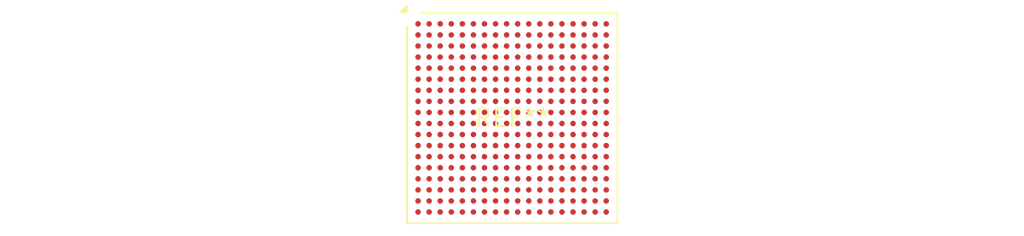
<source format=kicad_pcb>
(kicad_pcb (version 20240108) (generator pcbnew)
  (layers (0 "F.Cu" signal) (31 "B.Cu" signal) (34 "B.Paste" user) (35 "F.Paste" user) (36 "B.SilkS" user "B.Silkscreen") (37 "F.SilkS" user "F.Silkscreen") (38 "B.Mask" user) (39 "F.Mask" user) (44 "Edge.Cuts" user))
  (net 0 "")
  (footprint "BGA-324_15.0x15.0mm_Layout18x18_P0.8mm_Ball0.45mm_Pad0.4mm_NSMD" (layer "F.Cu") (at 0 0)
    (property "Reference" "REF**")
    (property "Value" "BGA-324_15.0x15.0mm_Layout18x18_P0.8mm_Ball0.45mm_Pad0.4mm_NSMD")
    (fp_line (start -7.61 7.61) (end -7.61 -6.61) (layer "F.SilkS") (stroke (width 0.12)))
    (fp_line (start -6.61 -7.61) (end 7.61 -7.61) (layer "F.SilkS") (stroke (width 0.12)))
    (fp_line (start 7.61 -7.61) (end 7.61 7.61) (layer "F.SilkS") (stroke (width 0.12)))
    (fp_line (start 7.61 7.61) (end -7.61 7.61) (layer "F.SilkS") (stroke (width 0.12)))
    (fp_poly (pts (xy -7.61 -7.61) (xy -8.11 -7.61) (xy -7.61 -8.11) (xy -7.61 -7.61)) (layer "F.SilkS") (stroke (width 0.12)) (fill solid))
    (pad "A1" smd circle (at -6.8 -6.8) (size 0.4 0.4) (property pad_prop_bga) (layers "F.Cu" "F.Paste" "F.Mask"))
    (pad "A2" smd circle (at -6 -6.8) (size 0.4 0.4) (property pad_prop_bga) (layers "F.Cu" "F.Paste" "F.Mask"))
    (pad "A3" smd circle (at -5.2 -6.8) (size 0.4 0.4) (property pad_prop_bga) (layers "F.Cu" "F.Paste" "F.Mask"))
    (pad "A4" smd circle (at -4.4 -6.8) (size 0.4 0.4) (property pad_prop_bga) (layers "F.Cu" "F.Paste" "F.Mask"))
    (pad "A5" smd circle (at -3.6 -6.8) (size 0.4 0.4) (property pad_prop_bga) (layers "F.Cu" "F.Paste" "F.Mask"))
    (pad "A6" smd circle (at -2.8 -6.8) (size 0.4 0.4) (property pad_prop_bga) (layers "F.Cu" "F.Paste" "F.Mask"))
    (pad "A7" smd circle (at -2 -6.8) (size 0.4 0.4) (property pad_prop_bga) (layers "F.Cu" "F.Paste" "F.Mask"))
    (pad "A8" smd circle (at -1.2 -6.8) (size 0.4 0.4) (property pad_prop_bga) (layers "F.Cu" "F.Paste" "F.Mask"))
    (pad "A9" smd circle (at -0.4 -6.8) (size 0.4 0.4) (property pad_prop_bga) (layers "F.Cu" "F.Paste" "F.Mask"))
    (pad "A10" smd circle (at 0.4 -6.8) (size 0.4 0.4) (property pad_prop_bga) (layers "F.Cu" "F.Paste" "F.Mask"))
    (pad "A11" smd circle (at 1.2 -6.8) (size 0.4 0.4) (property pad_prop_bga) (layers "F.Cu" "F.Paste" "F.Mask"))
    (pad "A12" smd circle (at 2 -6.8) (size 0.4 0.4) (property pad_prop_bga) (layers "F.Cu" "F.Paste" "F.Mask"))
    (pad "A13" smd circle (at 2.8 -6.8) (size 0.4 0.4) (property pad_prop_bga) (layers "F.Cu" "F.Paste" "F.Mask"))
    (pad "A14" smd circle (at 3.6 -6.8) (size 0.4 0.4) (property pad_prop_bga) (layers "F.Cu" "F.Paste" "F.Mask"))
    (pad "A15" smd circle (at 4.4 -6.8) (size 0.4 0.4) (property pad_prop_bga) (layers "F.Cu" "F.Paste" "F.Mask"))
    (pad "A16" smd circle (at 5.2 -6.8) (size 0.4 0.4) (property pad_prop_bga) (layers "F.Cu" "F.Paste" "F.Mask"))
    (pad "A17" smd circle (at 6 -6.8) (size 0.4 0.4) (property pad_prop_bga) (layers "F.Cu" "F.Paste" "F.Mask"))
    (pad "A18" smd circle (at 6.8 -6.8) (size 0.4 0.4) (property pad_prop_bga) (layers "F.Cu" "F.Paste" "F.Mask"))
    (pad "B1" smd circle (at -6.8 -6) (size 0.4 0.4) (property pad_prop_bga) (layers "F.Cu" "F.Paste" "F.Mask"))
    (pad "B2" smd circle (at -6 -6) (size 0.4 0.4) (property pad_prop_bga) (layers "F.Cu" "F.Paste" "F.Mask"))
    (pad "B3" smd circle (at -5.2 -6) (size 0.4 0.4) (property pad_prop_bga) (layers "F.Cu" "F.Paste" "F.Mask"))
    (pad "B4" smd circle (at -4.4 -6) (size 0.4 0.4) (property pad_prop_bga) (layers "F.Cu" "F.Paste" "F.Mask"))
    (pad "B5" smd circle (at -3.6 -6) (size 0.4 0.4) (property pad_prop_bga) (layers "F.Cu" "F.Paste" "F.Mask"))
    (pad "B6" smd circle (at -2.8 -6) (size 0.4 0.4) (property pad_prop_bga) (layers "F.Cu" "F.Paste" "F.Mask"))
    (pad "B7" smd circle (at -2 -6) (size 0.4 0.4) (property pad_prop_bga) (layers "F.Cu" "F.Paste" "F.Mask"))
    (pad "B8" smd circle (at -1.2 -6) (size 0.4 0.4) (property pad_prop_bga) (layers "F.Cu" "F.Paste" "F.Mask"))
    (pad "B9" smd circle (at -0.4 -6) (size 0.4 0.4) (property pad_prop_bga) (layers "F.Cu" "F.Paste" "F.Mask"))
    (pad "B10" smd circle (at 0.4 -6) (size 0.4 0.4) (property pad_prop_bga) (layers "F.Cu" "F.Paste" "F.Mask"))
    (pad "B11" smd circle (at 1.2 -6) (size 0.4 0.4) (property pad_prop_bga) (layers "F.Cu" "F.Paste" "F.Mask"))
    (pad "B12" smd circle (at 2 -6) (size 0.4 0.4) (property pad_prop_bga) (layers "F.Cu" "F.Paste" "F.Mask"))
    (pad "B13" smd circle (at 2.8 -6) (size 0.4 0.4) (property pad_prop_bga) (layers "F.Cu" "F.Paste" "F.Mask"))
    (pad "B14" smd circle (at 3.6 -6) (size 0.4 0.4) (property pad_prop_bga) (layers "F.Cu" "F.Paste" "F.Mask"))
    (pad "B15" smd circle (at 4.4 -6) (size 0.4 0.4) (property pad_prop_bga) (layers "F.Cu" "F.Paste" "F.Mask"))
    (pad "B16" smd circle (at 5.2 -6) (size 0.4 0.4) (property pad_prop_bga) (layers "F.Cu" "F.Paste" "F.Mask"))
    (pad "B17" smd circle (at 6 -6) (size 0.4 0.4) (property pad_prop_bga) (layers "F.Cu" "F.Paste" "F.Mask"))
    (pad "B18" smd circle (at 6.8 -6) (size 0.4 0.4) (property pad_prop_bga) (layers "F.Cu" "F.Paste" "F.Mask"))
    (pad "C1" smd circle (at -6.8 -5.2) (size 0.4 0.4) (property pad_prop_bga) (layers "F.Cu" "F.Paste" "F.Mask"))
    (pad "C2" smd circle (at -6 -5.2) (size 0.4 0.4) (property pad_prop_bga) (layers "F.Cu" "F.Paste" "F.Mask"))
    (pad "C3" smd circle (at -5.2 -5.2) (size 0.4 0.4) (property pad_prop_bga) (layers "F.Cu" "F.Paste" "F.Mask"))
    (pad "C4" smd circle (at -4.4 -5.2) (size 0.4 0.4) (property pad_prop_bga) (layers "F.Cu" "F.Paste" "F.Mask"))
    (pad "C5" smd circle (at -3.6 -5.2) (size 0.4 0.4) (property pad_prop_bga) (layers "F.Cu" "F.Paste" "F.Mask"))
    (pad "C6" smd circle (at -2.8 -5.2) (size 0.4 0.4) (property pad_prop_bga) (layers "F.Cu" "F.Paste" "F.Mask"))
    (pad "C7" smd circle (at -2 -5.2) (size 0.4 0.4) (property pad_prop_bga) (layers "F.Cu" "F.Paste" "F.Mask"))
    (pad "C8" smd circle (at -1.2 -5.2) (size 0.4 0.4) (property pad_prop_bga) (layers "F.Cu" "F.Paste" "F.Mask"))
    (pad "C9" smd circle (at -0.4 -5.2) (size 0.4 0.4) (property pad_prop_bga) (layers "F.Cu" "F.Paste" "F.Mask"))
    (pad "C10" smd circle (at 0.4 -5.2) (size 0.4 0.4) (property pad_prop_bga) (layers "F.Cu" "F.Paste" "F.Mask"))
    (pad "C11" smd circle (at 1.2 -5.2) (size 0.4 0.4) (property pad_prop_bga) (layers "F.Cu" "F.Paste" "F.Mask"))
    (pad "C12" smd circle (at 2 -5.2) (size 0.4 0.4) (property pad_prop_bga) (layers "F.Cu" "F.Paste" "F.Mask"))
    (pad "C13" smd circle (at 2.8 -5.2) (size 0.4 0.4) (property pad_prop_bga) (layers "F.Cu" "F.Paste" "F.Mask"))
    (pad "C14" smd circle (at 3.6 -5.2) (size 0.4 0.4) (property pad_prop_bga) (layers "F.Cu" "F.Paste" "F.Mask"))
    (pad "C15" smd circle (at 4.4 -5.2) (size 0.4 0.4) (property pad_prop_bga) (layers "F.Cu" "F.Paste" "F.Mask"))
    (pad "C16" smd circle (at 5.2 -5.2) (size 0.4 0.4) (property pad_prop_bga) (layers "F.Cu" "F.Paste" "F.Mask"))
    (pad "C17" smd circle (at 6 -5.2) (size 0.4 0.4) (property pad_prop_bga) (layers "F.Cu" "F.Paste" "F.Mask"))
    (pad "C18" smd circle (at 6.8 -5.2) (size 0.4 0.4) (property pad_prop_bga) (layers "F.Cu" "F.Paste" "F.Mask"))
    (pad "D1" smd circle (at -6.8 -4.4) (size 0.4 0.4) (property pad_prop_bga) (layers "F.Cu" "F.Paste" "F.Mask"))
    (pad "D2" smd circle (at -6 -4.4) (size 0.4 0.4) (property pad_prop_bga) (layers "F.Cu" "F.Paste" "F.Mask"))
    (pad "D3" smd circle (at -5.2 -4.4) (size 0.4 0.4) (property pad_prop_bga) (layers "F.Cu" "F.Paste" "F.Mask"))
    (pad "D4" smd circle (at -4.4 -4.4) (size 0.4 0.4) (property pad_prop_bga) (layers "F.Cu" "F.Paste" "F.Mask"))
    (pad "D5" smd circle (at -3.6 -4.4) (size 0.4 0.4) (property pad_prop_bga) (layers "F.Cu" "F.Paste" "F.Mask"))
    (pad "D6" smd circle (at -2.8 -4.4) (size 0.4 0.4) (property pad_prop_bga) (layers "F.Cu" "F.Paste" "F.Mask"))
    (pad "D7" smd circle (at -2 -4.4) (size 0.4 0.4) (property pad_prop_bga) (layers "F.Cu" "F.Paste" "F.Mask"))
    (pad "D8" smd circle (at -1.2 -4.4) (size 0.4 0.4) (property pad_prop_bga) (layers "F.Cu" "F.Paste" "F.Mask"))
    (pad "D9" smd circle (at -0.4 -4.4) (size 0.4 0.4) (property pad_prop_bga) (layers "F.Cu" "F.Paste" "F.Mask"))
    (pad "D10" smd circle (at 0.4 -4.4) (size 0.4 0.4) (property pad_prop_bga) (layers "F.Cu" "F.Paste" "F.Mask"))
    (pad "D11" smd circle (at 1.2 -4.4) (size 0.4 0.4) (property pad_prop_bga) (layers "F.Cu" "F.Paste" "F.Mask"))
    (pad "D12" smd circle (at 2 -4.4) (size 0.4 0.4) (property pad_prop_bga) (layers "F.Cu" "F.Paste" "F.Mask"))
    (pad "D13" smd circle (at 2.8 -4.4) (size 0.4 0.4) (property pad_prop_bga) (layers "F.Cu" "F.Paste" "F.Mask"))
    (pad "D14" smd circle (at 3.6 -4.4) (size 0.4 0.4) (property pad_prop_bga) (layers "F.Cu" "F.Paste" "F.Mask"))
    (pad "D15" smd circle (at 4.4 -4.4) (size 0.4 0.4) (property pad_prop_bga) (layers "F.Cu" "F.Paste" "F.Mask"))
    (pad "D16" smd circle (at 5.2 -4.4) (size 0.4 0.4) (property pad_prop_bga) (layers "F.Cu" "F.Paste" "F.Mask"))
    (pad "D17" smd circle (at 6 -4.4) (size 0.4 0.4) (property pad_prop_bga) (layers "F.Cu" "F.Paste" "F.Mask"))
    (pad "D18" smd circle (at 6.8 -4.4) (size 0.4 0.4) (property pad_prop_bga) (layers "F.Cu" "F.Paste" "F.Mask"))
    (pad "E1" smd circle (at -6.8 -3.6) (size 0.4 0.4) (property pad_prop_bga) (layers "F.Cu" "F.Paste" "F.Mask"))
    (pad "E2" smd circle (at -6 -3.6) (size 0.4 0.4) (property pad_prop_bga) (layers "F.Cu" "F.Paste" "F.Mask"))
    (pad "E3" smd circle (at -5.2 -3.6) (size 0.4 0.4) (property pad_prop_bga) (layers "F.Cu" "F.Paste" "F.Mask"))
    (pad "E4" smd circle (at -4.4 -3.6) (size 0.4 0.4) (property pad_prop_bga) (layers "F.Cu" "F.Paste" "F.Mask"))
    (pad "E5" smd circle (at -3.6 -3.6) (size 0.4 0.4) (property pad_prop_bga) (layers "F.Cu" "F.Paste" "F.Mask"))
    (pad "E6" smd circle (at -2.8 -3.6) (size 0.4 0.4) (property pad_prop_bga) (layers "F.Cu" "F.Paste" "F.Mask"))
    (pad "E7" smd circle (at -2 -3.6) (size 0.4 0.4) (property pad_prop_bga) (layers "F.Cu" "F.Paste" "F.Mask"))
    (pad "E8" smd circle (at -1.2 -3.6) (size 0.4 0.4) (property pad_prop_bga) (layers "F.Cu" "F.Paste" "F.Mask"))
    (pad "E9" smd circle (at -0.4 -3.6) (size 0.4 0.4) (property pad_prop_bga) (layers "F.Cu" "F.Paste" "F.Mask"))
    (pad "E10" smd circle (at 0.4 -3.6) (size 0.4 0.4) (property pad_prop_bga) (layers "F.Cu" "F.Paste" "F.Mask"))
    (pad "E11" smd circle (at 1.2 -3.6) (size 0.4 0.4) (property pad_prop_bga) (layers "F.Cu" "F.Paste" "F.Mask"))
    (pad "E12" smd circle (at 2 -3.6) (size 0.4 0.4) (property pad_prop_bga) (layers "F.Cu" "F.Paste" "F.Mask"))
    (pad "E13" smd circle (at 2.8 -3.6) (size 0.4 0.4) (property pad_prop_bga) (layers "F.Cu" "F.Paste" "F.Mask"))
    (pad "E14" smd circle (at 3.6 -3.6) (size 0.4 0.4) (property pad_prop_bga) (layers "F.Cu" "F.Paste" "F.Mask"))
    (pad "E15" smd circle (at 4.4 -3.6) (size 0.4 0.4) (property pad_prop_bga) (layers "F.Cu" "F.Paste" "F.Mask"))
    (pad "E16" smd circle (at 5.2 -3.6) (size 0.4 0.4) (property pad_prop_bga) (layers "F.Cu" "F.Paste" "F.Mask"))
    (pad "E17" smd circle (at 6 -3.6) (size 0.4 0.4) (property pad_prop_bga) (layers "F.Cu" "F.Paste" "F.Mask"))
    (pad "E18" smd circle (at 6.8 -3.6) (size 0.4 0.4) (property pad_prop_bga) (layers "F.Cu" "F.Paste" "F.Mask"))
    (pad "F1" smd circle (at -6.8 -2.8) (size 0.4 0.4) (property pad_prop_bga) (layers "F.Cu" "F.Paste" "F.Mask"))
    (pad "F2" smd circle (at -6 -2.8) (size 0.4 0.4) (property pad_prop_bga) (layers "F.Cu" "F.Paste" "F.Mask"))
    (pad "F3" smd circle (at -5.2 -2.8) (size 0.4 0.4) (property pad_prop_bga) (layers "F.Cu" "F.Paste" "F.Mask"))
    (pad "F4" smd circle (at -4.4 -2.8) (size 0.4 0.4) (property pad_prop_bga) (layers "F.Cu" "F.Paste" "F.Mask"))
    (pad "F5" smd circle (at -3.6 -2.8) (size 0.4 0.4) (property pad_prop_bga) (layers "F.Cu" "F.Paste" "F.Mask"))
    (pad "F6" smd circle (at -2.8 -2.8) (size 0.4 0.4) (property pad_prop_bga) (layers "F.Cu" "F.Paste" "F.Mask"))
    (pad "F7" smd circle (at -2 -2.8) (size 0.4 0.4) (property pad_prop_bga) (layers "F.Cu" "F.Paste" "F.Mask"))
    (pad "F8" smd circle (at -1.2 -2.8) (size 0.4 0.4) (property pad_prop_bga) (layers "F.Cu" "F.Paste" "F.Mask"))
    (pad "F9" smd circle (at -0.4 -2.8) (size 0.4 0.4) (property pad_prop_bga) (layers "F.Cu" "F.Paste" "F.Mask"))
    (pad "F10" smd circle (at 0.4 -2.8) (size 0.4 0.4) (property pad_prop_bga) (layers "F.Cu" "F.Paste" "F.Mask"))
    (pad "F11" smd circle (at 1.2 -2.8) (size 0.4 0.4) (property pad_prop_bga) (layers "F.Cu" "F.Paste" "F.Mask"))
    (pad "F12" smd circle (at 2 -2.8) (size 0.4 0.4) (property pad_prop_bga) (layers "F.Cu" "F.Paste" "F.Mask"))
    (pad "F13" smd circle (at 2.8 -2.8) (size 0.4 0.4) (property pad_prop_bga) (layers "F.Cu" "F.Paste" "F.Mask"))
    (pad "F14" smd circle (at 3.6 -2.8) (size 0.4 0.4) (property pad_prop_bga) (layers "F.Cu" "F.Paste" "F.Mask"))
    (pad "F15" smd circle (at 4.4 -2.8) (size 0.4 0.4) (property pad_prop_bga) (layers "F.Cu" "F.Paste" "F.Mask"))
    (pad "F16" smd circle (at 5.2 -2.8) (size 0.4 0.4) (property pad_prop_bga) (layers "F.Cu" "F.Paste" "F.Mask"))
    (pad "F17" smd circle (at 6 -2.8) (size 0.4 0.4) (property pad_prop_bga) (layers "F.Cu" "F.Paste" "F.Mask"))
    (pad "F18" smd circle (at 6.8 -2.8) (size 0.4 0.4) (property pad_prop_bga) (layers "F.Cu" "F.Paste" "F.Mask"))
    (pad "G1" smd circle (at -6.8 -2) (size 0.4 0.4) (property pad_prop_bga) (layers "F.Cu" "F.Paste" "F.Mask"))
    (pad "G2" smd circle (at -6 -2) (size 0.4 0.4) (property pad_prop_bga) (layers "F.Cu" "F.Paste" "F.Mask"))
    (pad "G3" smd circle (at -5.2 -2) (size 0.4 0.4) (property pad_prop_bga) (layers "F.Cu" "F.Paste" "F.Mask"))
    (pad "G4" smd circle (at -4.4 -2) (size 0.4 0.4) (property pad_prop_bga) (layers "F.Cu" "F.Paste" "F.Mask"))
    (pad "G5" smd circle (at -3.6 -2) (size 0.4 0.4) (property pad_prop_bga) (layers "F.Cu" "F.Paste" "F.Mask"))
    (pad "G6" smd circle (at -2.8 -2) (size 0.4 0.4) (property pad_prop_bga) (layers "F.Cu" "F.Paste" "F.Mask"))
    (pad "G7" smd circle (at -2 -2) (size 0.4 0.4) (property pad_prop_bga) (layers "F.Cu" "F.Paste" "F.Mask"))
    (pad "G8" smd circle (at -1.2 -2) (size 0.4 0.4) (property pad_prop_bga) (layers "F.Cu" "F.Paste" "F.Mask"))
    (pad "G9" smd circle (at -0.4 -2) (size 0.4 0.4) (property pad_prop_bga) (layers "F.Cu" "F.Paste" "F.Mask"))
    (pad "G10" smd circle (at 0.4 -2) (size 0.4 0.4) (property pad_prop_bga) (layers "F.Cu" "F.Paste" "F.Mask"))
    (pad "G11" smd circle (at 1.2 -2) (size 0.4 0.4) (property pad_prop_bga) (layers "F.Cu" "F.Paste" "F.Mask"))
    (pad "G12" smd circle (at 2 -2) (size 0.4 0.4) (property pad_prop_bga) (layers "F.Cu" "F.Paste" "F.Mask"))
    (pad "G13" smd circle (at 2.8 -2) (size 0.4 0.4) (property pad_prop_bga) (layers "F.Cu" "F.Paste" "F.Mask"))
    (pad "G14" smd circle (at 3.6 -2) (size 0.4 0.4) (property pad_prop_bga) (layers "F.Cu" "F.Paste" "F.Mask"))
    (pad "G15" smd circle (at 4.4 -2) (size 0.4 0.4) (property pad_prop_bga) (layers "F.Cu" "F.Paste" "F.Mask"))
    (pad "G16" smd circle (at 5.2 -2) (size 0.4 0.4) (property pad_prop_bga) (layers "F.Cu" "F.Paste" "F.Mask"))
    (pad "G17" smd circle (at 6 -2) (size 0.4 0.4) (property pad_prop_bga) (layers "F.Cu" "F.Paste" "F.Mask"))
    (pad "G18" smd circle (at 6.8 -2) (size 0.4 0.4) (property pad_prop_bga) (layers "F.Cu" "F.Paste" "F.Mask"))
    (pad "H1" smd circle (at -6.8 -1.2) (size 0.4 0.4) (property pad_prop_bga) (layers "F.Cu" "F.Paste" "F.Mask"))
    (pad "H2" smd circle (at -6 -1.2) (size 0.4 0.4) (property pad_prop_bga) (layers "F.Cu" "F.Paste" "F.Mask"))
    (pad "H3" smd circle (at -5.2 -1.2) (size 0.4 0.4) (property pad_prop_bga) (layers "F.Cu" "F.Paste" "F.Mask"))
    (pad "H4" smd circle (at -4.4 -1.2) (size 0.4 0.4) (property pad_prop_bga) (layers "F.Cu" "F.Paste" "F.Mask"))
    (pad "H5" smd circle (at -3.6 -1.2) (size 0.4 0.4) (property pad_prop_bga) (layers "F.Cu" "F.Paste" "F.Mask"))
    (pad "H6" smd circle (at -2.8 -1.2) (size 0.4 0.4) (property pad_prop_bga) (layers "F.Cu" "F.Paste" "F.Mask"))
    (pad "H7" smd circle (at -2 -1.2) (size 0.4 0.4) (property pad_prop_bga) (layers "F.Cu" "F.Paste" "F.Mask"))
    (pad "H8" smd circle (at -1.2 -1.2) (size 0.4 0.4) (property pad_prop_bga) (layers "F.Cu" "F.Paste" "F.Mask"))
    (pad "H9" smd circle (at -0.4 -1.2) (size 0.4 0.4) (property pad_prop_bga) (layers "F.Cu" "F.Paste" "F.Mask"))
    (pad "H10" smd circle (at 0.4 -1.2) (size 0.4 0.4) (property pad_prop_bga) (layers "F.Cu" "F.Paste" "F.Mask"))
    (pad "H11" smd circle (at 1.2 -1.2) (size 0.4 0.4) (property pad_prop_bga) (layers "F.Cu" "F.Paste" "F.Mask"))
    (pad "H12" smd circle (at 2 -1.2) (size 0.4 0.4) (property pad_prop_bga) (layers "F.Cu" "F.Paste" "F.Mask"))
    (pad "H13" smd circle (at 2.8 -1.2) (size 0.4 0.4) (property pad_prop_bga) (layers "F.Cu" "F.Paste" "F.Mask"))
    (pad "H14" smd circle (at 3.6 -1.2) (size 0.4 0.4) (property pad_prop_bga) (layers "F.Cu" "F.Paste" "F.Mask"))
    (pad "H15" smd circle (at 4.4 -1.2) (size 0.4 0.4) (property pad_prop_bga) (layers "F.Cu" "F.Paste" "F.Mask"))
    (pad "H16" smd circle (at 5.2 -1.2) (size 0.4 0.4) (property pad_prop_bga) (layers "F.Cu" "F.Paste" "F.Mask"))
    (pad "H17" smd circle (at 6 -1.2) (size 0.4 0.4) (property pad_prop_bga) (layers "F.Cu" "F.Paste" "F.Mask"))
    (pad "H18" smd circle (at 6.8 -1.2) (size 0.4 0.4) (property pad_prop_bga) (layers "F.Cu" "F.Paste" "F.Mask"))
    (pad "J1" smd circle (at -6.8 -0.4) (size 0.4 0.4) (property pad_prop_bga) (layers "F.Cu" "F.Paste" "F.Mask"))
    (pad "J2" smd circle (at -6 -0.4) (size 0.4 0.4) (property pad_prop_bga) (layers "F.Cu" "F.Paste" "F.Mask"))
    (pad "J3" smd circle (at -5.2 -0.4) (size 0.4 0.4) (property pad_prop_bga) (layers "F.Cu" "F.Paste" "F.Mask"))
    (pad "J4" smd circle (at -4.4 -0.4) (size 0.4 0.4) (property pad_prop_bga) (layers "F.Cu" "F.Paste" "F.Mask"))
    (pad "J5" smd circle (at -3.6 -0.4) (size 0.4 0.4) (property pad_prop_bga) (layers "F.Cu" "F.Paste" "F.Mask"))
    (pad "J6" smd circle (at -2.8 -0.4) (size 0.4 0.4) (property pad_prop_bga) (layers "F.Cu" "F.Paste" "F.Mask"))
    (pad "J7" smd circle (at -2 -0.4) (size 0.4 0.4) (property pad_prop_bga) (layers "F.Cu" "F.Paste" "F.Mask"))
    (pad "J8" smd circle (at -1.2 -0.4) (size 0.4 0.4) (property pad_prop_bga) (layers "F.Cu" "F.Paste" "F.Mask"))
    (pad "J9" smd circle (at -0.4 -0.4) (size 0.4 0.4) (property pad_prop_bga) (layers "F.Cu" "F.Paste" "F.Mask"))
    (pad "J10" smd circle (at 0.4 -0.4) (size 0.4 0.4) (property pad_prop_bga) (layers "F.Cu" "F.Paste" "F.Mask"))
    (pad "J11" smd circle (at 1.2 -0.4) (size 0.4 0.4) (property pad_prop_bga) (layers "F.Cu" "F.Paste" "F.Mask"))
    (pad "J12" smd circle (at 2 -0.4) (size 0.4 0.4) (property pad_prop_bga) (layers "F.Cu" "F.Paste" "F.Mask"))
    (pad "J13" smd circle (at 2.8 -0.4) (size 0.4 0.4) (property pad_prop_bga) (layers "F.Cu" "F.Paste" "F.Mask"))
    (pad "J14" smd circle (at 3.6 -0.4) (size 0.4 0.4) (property pad_prop_bga) (layers "F.Cu" "F.Paste" "F.Mask"))
    (pad "J15" smd circle (at 4.4 -0.4) (size 0.4 0.4) (property pad_prop_bga) (layers "F.Cu" "F.Paste" "F.Mask"))
    (pad "J16" smd circle (at 5.2 -0.4) (size 0.4 0.4) (property pad_prop_bga) (layers "F.Cu" "F.Paste" "F.Mask"))
    (pad "J17" smd circle (at 6 -0.4) (size 0.4 0.4) (property pad_prop_bga) (layers "F.Cu" "F.Paste" "F.Mask"))
    (pad "J18" smd circle (at 6.8 -0.4) (size 0.4 0.4) (property pad_prop_bga) (layers "F.Cu" "F.Paste" "F.Mask"))
    (pad "K1" smd circle (at -6.8 0.4) (size 0.4 0.4) (property pad_prop_bga) (layers "F.Cu" "F.Paste" "F.Mask"))
    (pad "K2" smd circle (at -6 0.4) (size 0.4 0.4) (property pad_prop_bga) (layers "F.Cu" "F.Paste" "F.Mask"))
    (pad "K3" smd circle (at -5.2 0.4) (size 0.4 0.4) (property pad_prop_bga) (layers "F.Cu" "F.Paste" "F.Mask"))
    (pad "K4" smd circle (at -4.4 0.4) (size 0.4 0.4) (property pad_prop_bga) (layers "F.Cu" "F.Paste" "F.Mask"))
    (pad "K5" smd circle (at -3.6 0.4) (size 0.4 0.4) (property pad_prop_bga) (layers "F.Cu" "F.Paste" "F.Mask"))
    (pad "K6" smd circle (at -2.8 0.4) (size 0.4 0.4) (property pad_prop_bga) (layers "F.Cu" "F.Paste" "F.Mask"))
    (pad "K7" smd circle (at -2 0.4) (size 0.4 0.4) (property pad_prop_bga) (layers "F.Cu" "F.Paste" "F.Mask"))
    (pad "K8" smd circle (at -1.2 0.4) (size 0.4 0.4) (property pad_prop_bga) (layers "F.Cu" "F.Paste" "F.Mask"))
    (pad "K9" smd circle (at -0.4 0.4) (size 0.4 0.4) (property pad_prop_bga) (layers "F.Cu" "F.Paste" "F.Mask"))
    (pad "K10" smd circle (at 0.4 0.4) (size 0.4 0.4) (property pad_prop_bga) (layers "F.Cu" "F.Paste" "F.Mask"))
    (pad "K11" smd circle (at 1.2 0.4) (size 0.4 0.4) (property pad_prop_bga) (layers "F.Cu" "F.Paste" "F.Mask"))
    (pad "K12" smd circle (at 2 0.4) (size 0.4 0.4) (property pad_prop_bga) (layers "F.Cu" "F.Paste" "F.Mask"))
    (pad "K13" smd circle (at 2.8 0.4) (size 0.4 0.4) (property pad_prop_bga) (layers "F.Cu" "F.Paste" "F.Mask"))
    (pad "K14" smd circle (at 3.6 0.4) (size 0.4 0.4) (property pad_prop_bga) (layers "F.Cu" "F.Paste" "F.Mask"))
    (pad "K15" smd circle (at 4.4 0.4) (size 0.4 0.4) (property pad_prop_bga) (layers "F.Cu" "F.Paste" "F.Mask"))
    (pad "K16" smd circle (at 5.2 0.4) (size 0.4 0.4) (property pad_prop_bga) (layers "F.Cu" "F.Paste" "F.Mask"))
    (pad "K17" smd circle (at 6 0.4) (size 0.4 0.4) (property pad_prop_bga) (layers "F.Cu" "F.Paste" "F.Mask"))
    (pad "K18" smd circle (at 6.8 0.4) (size 0.4 0.4) (property pad_prop_bga) (layers "F.Cu" "F.Paste" "F.Mask"))
    (pad "L1" smd circle (at -6.8 1.2) (size 0.4 0.4) (property pad_prop_bga) (layers "F.Cu" "F.Paste" "F.Mask"))
    (pad "L2" smd circle (at -6 1.2) (size 0.4 0.4) (property pad_prop_bga) (layers "F.Cu" "F.Paste" "F.Mask"))
    (pad "L3" smd circle (at -5.2 1.2) (size 0.4 0.4) (property pad_prop_bga) (layers "F.Cu" "F.Paste" "F.Mask"))
    (pad "L4" smd circle (at -4.4 1.2) (size 0.4 0.4) (property pad_prop_bga) (layers "F.Cu" "F.Paste" "F.Mask"))
    (pad "L5" smd circle (at -3.6 1.2) (size 0.4 0.4) (property pad_prop_bga) (layers "F.Cu" "F.Paste" "F.Mask"))
    (pad "L6" smd circle (at -2.8 1.2) (size 0.4 0.4) (property pad_prop_bga) (layers "F.Cu" "F.Paste" "F.Mask"))
    (pad "L7" smd circle (at -2 1.2) (size 0.4 0.4) (property pad_prop_bga) (layers "F.Cu" "F.Paste" "F.Mask"))
    (pad "L8" smd circle (at -1.2 1.2) (size 0.4 0.4) (property pad_prop_bga) (layers "F.Cu" "F.Paste" "F.Mask"))
    (pad "L9" smd circle (at -0.4 1.2) (size 0.4 0.4) (property pad_prop_bga) (layers "F.Cu" "F.Paste" "F.Mask"))
    (pad "L10" smd circle (at 0.4 1.2) (size 0.4 0.4) (property pad_prop_bga) (layers "F.Cu" "F.Paste" "F.Mask"))
    (pad "L11" smd circle (at 1.2 1.2) (size 0.4 0.4) (property pad_prop_bga) (layers "F.Cu" "F.Paste" "F.Mask"))
    (pad "L12" smd circle (at 2 1.2) (size 0.4 0.4) (property pad_prop_bga) (layers "F.Cu" "F.Paste" "F.Mask"))
    (pad "L13" smd circle (at 2.8 1.2) (size 0.4 0.4) (property pad_prop_bga) (layers "F.Cu" "F.Paste" "F.Mask"))
    (pad "L14" smd circle (at 3.6 1.2) (size 0.4 0.4) (property pad_prop_bga) (layers "F.Cu" "F.Paste" "F.Mask"))
    (pad "L15" smd circle (at 4.4 1.2) (size 0.4 0.4) (property pad_prop_bga) (layers "F.Cu" "F.Paste" "F.Mask"))
    (pad "L16" smd circle (at 5.2 1.2) (size 0.4 0.4) (property pad_prop_bga) (layers "F.Cu" "F.Paste" "F.Mask"))
    (pad "L17" smd circle (at 6 1.2) (size 0.4 0.4) (property pad_prop_bga) (layers "F.Cu" "F.Paste" "F.Mask"))
    (pad "L18" smd circle (at 6.8 1.2) (size 0.4 0.4) (property pad_prop_bga) (layers "F.Cu" "F.Paste" "F.Mask"))
    (pad "M1" smd circle (at -6.8 2) (size 0.4 0.4) (property pad_prop_bga) (layers "F.Cu" "F.Paste" "F.Mask"))
    (pad "M2" smd circle (at -6 2) (size 0.4 0.4) (property pad_prop_bga) (layers "F.Cu" "F.Paste" "F.Mask"))
    (pad "M3" smd circle (at -5.2 2) (size 0.4 0.4) (property pad_prop_bga) (layers "F.Cu" "F.Paste" "F.Mask"))
    (pad "M4" smd circle (at -4.4 2) (size 0.4 0.4) (property pad_prop_bga) (layers "F.Cu" "F.Paste" "F.Mask"))
    (pad "M5" smd circle (at -3.6 2) (size 0.4 0.4) (property pad_prop_bga) (layers "F.Cu" "F.Paste" "F.Mask"))
    (pad "M6" smd circle (at -2.8 2) (size 0.4 0.4) (property pad_prop_bga) (layers "F.Cu" "F.Paste" "F.Mask"))
    (pad "M7" smd circle (at -2 2) (size 0.4 0.4) (property pad_prop_bga) (layers "F.Cu" "F.Paste" "F.Mask"))
    (pad "M8" smd circle (at -1.2 2) (size 0.4 0.4) (property pad_prop_bga) (layers "F.Cu" "F.Paste" "F.Mask"))
    (pad "M9" smd circle (at -0.4 2) (size 0.4 0.4) (property pad_prop_bga) (layers "F.Cu" "F.Paste" "F.Mask"))
    (pad "M10" smd circle (at 0.4 2) (size 0.4 0.4) (property pad_prop_bga) (layers "F.Cu" "F.Paste" "F.Mask"))
    (pad "M11" smd circle (at 1.2 2) (size 0.4 0.4) (property pad_prop_bga) (layers "F.Cu" "F.Paste" "F.Mask"))
    (pad "M12" smd circle (at 2 2) (size 0.4 0.4) (property pad_prop_bga) (layers "F.Cu" "F.Paste" "F.Mask"))
    (pad "M13" smd circle (at 2.8 2) (size 0.4 0.4) (property pad_prop_bga) (layers "F.Cu" "F.Paste" "F.Mask"))
    (pad "M14" smd circle (at 3.6 2) (size 0.4 0.4) (property pad_prop_bga) (layers "F.Cu" "F.Paste" "F.Mask"))
    (pad "M15" smd circle (at 4.4 2) (size 0.4 0.4) (property pad_prop_bga) (layers "F.Cu" "F.Paste" "F.Mask"))
    (pad "M16" smd circle (at 5.2 2) (size 0.4 0.4) (property pad_prop_bga) (layers "F.Cu" "F.Paste" "F.Mask"))
    (pad "M17" smd circle (at 6 2) (size 0.4 0.4) (property pad_prop_bga) (layers "F.Cu" "F.Paste" "F.Mask"))
    (pad "M18" smd circle (at 6.8 2) (size 0.4 0.4) (property pad_prop_bga) (layers "F.Cu" "F.Paste" "F.Mask"))
    (pad "N1" smd circle (at -6.8 2.8) (size 0.4 0.4) (property pad_prop_bga) (layers "F.Cu" "F.Paste" "F.Mask"))
    (pad "N2" smd circle (at -6 2.8) (size 0.4 0.4) (property pad_prop_bga) (layers "F.Cu" "F.Paste" "F.Mask"))
    (pad "N3" smd circle (at -5.2 2.8) (size 0.4 0.4) (property pad_prop_bga) (layers "F.Cu" "F.Paste" "F.Mask"))
    (pad "N4" smd circle (at -4.4 2.8) (size 0.4 0.4) (property pad_prop_bga) (layers "F.Cu" "F.Paste" "F.Mask"))
    (pad "N5" smd circle (at -3.6 2.8) (size 0.4 0.4) (property pad_prop_bga) (layers "F.Cu" "F.Paste" "F.Mask"))
    (pad "N6" smd circle (at -2.8 2.8) (size 0.4 0.4) (property pad_prop_bga) (layers "F.Cu" "F.Paste" "F.Mask"))
    (pad "N7" smd circle (at -2 2.8) (size 0.4 0.4) (property pad_prop_bga) (layers "F.Cu" "F.Paste" "F.Mask"))
    (pad "N8" smd circle (at -1.2 2.8) (size 0.4 0.4) (property pad_prop_bga) (layers "F.Cu" "F.Paste" "F.Mask"))
    (pad "N9" smd circle (at -0.4 2.8) (size 0.4 0.4) (property pad_prop_bga) (layers "F.Cu" "F.Paste" "F.Mask"))
    (pad "N10" smd circle (at 0.4 2.8) (size 0.4 0.4) (property pad_prop_bga) (layers "F.Cu" "F.Paste" "F.Mask"))
    (pad "N11" smd circle (at 1.2 2.8) (size 0.4 0.4) (property pad_prop_bga) (layers "F.Cu" "F.Paste" "F.Mask"))
    (pad "N12" smd circle (at 2 2.8) (size 0.4 0.4) (property pad_prop_bga) (layers "F.Cu" "F.Paste" "F.Mask"))
    (pad "N13" smd circle (at 2.8 2.8) (size 0.4 0.4) (property pad_prop_bga) (layers "F.Cu" "F.Paste" "F.Mask"))
    (pad "N14" smd circle (at 3.6 2.8) (size 0.4 0.4) (property pad_prop_bga) (layers "F.Cu" "F.Paste" "F.Mask"))
    (pad "N15" smd circle (at 4.4 2.8) (size 0.4 0.4) (property pad_prop_bga) (layers "F.Cu" "F.Paste" "F.Mask"))
    (pad "N16" smd circle (at 5.2 2.8) (size 0.4 0.4) (property pad_prop_bga) (layers "F.Cu" "F.Paste" "F.Mask"))
    (pad "N17" smd circle (at 6 2.8) (size 0.4 0.4) (property pad_prop_bga) (layers "F.Cu" "F.Paste" "F.Mask"))
    (pad "N18" smd circle (at 6.8 2.8) (size 0.4 0.4) (property pad_prop_bga) (layers "F.Cu" "F.Paste" "F.Mask"))
    (pad "P1" smd circle (at -6.8 3.6) (size 0.4 0.4) (property pad_prop_bga) (layers "F.Cu" "F.Paste" "F.Mask"))
    (pad "P2" smd circle (at -6 3.6) (size 0.4 0.4) (property pad_prop_bga) (layers "F.Cu" "F.Paste" "F.Mask"))
    (pad "P3" smd circle (at -5.2 3.6) (size 0.4 0.4) (property pad_prop_bga) (layers "F.Cu" "F.Paste" "F.Mask"))
    (pad "P4" smd circle (at -4.4 3.6) (size 0.4 0.4) (property pad_prop_bga) (layers "F.Cu" "F.Paste" "F.Mask"))
    (pad "P5" smd circle (at -3.6 3.6) (size 0.4 0.4) (property pad_prop_bga) (layers "F.Cu" "F.Paste" "F.Mask"))
    (pad "P6" smd circle (at -2.8 3.6) (size 0.4 0.4) (property pad_prop_bga) (layers "F.Cu" "F.Paste" "F.Mask"))
    (pad "P7" smd circle (at -2 3.6) (size 0.4 0.4) (property pad_prop_bga) (layers "F.Cu" "F.Paste" "F.Mask"))
    (pad "P8" smd circle (at -1.2 3.6) (size 0.4 0.4) (property pad_prop_bga) (layers "F.Cu" "F.Paste" "F.Mask"))
    (pad "P9" smd circle (at -0.4 3.6) (size 0.4 0.4) (property pad_prop_bga) (layers "F.Cu" "F.Paste" "F.Mask"))
    (pad "P10" smd circle (at 0.4 3.6) (size 0.4 0.4) (property pad_prop_bga) (layers "F.Cu" "F.Paste" "F.Mask"))
    (pad "P11" smd circle (at 1.2 3.6) (size 0.4 0.4) (property pad_prop_bga) (layers "F.Cu" "F.Paste" "F.Mask"))
    (pad "P12" smd circle (at 2 3.6) (size 0.4 0.4) (property pad_prop_bga) (layers "F.Cu" "F.Paste" "F.Mask"))
    (pad "P13" smd circle (at 2.8 3.6) (size 0.4 0.4) (property pad_prop_bga) (layers "F.Cu" "F.Paste" "F.Mask"))
    (pad "P14" smd circle (at 3.6 3.6) (size 0.4 0.4) (property pad_prop_bga) (layers "F.Cu" "F.Paste" "F.Mask"))
    (pad "P15" smd circle (at 4.4 3.6) (size 0.4 0.4) (property pad_prop_bga) (layers "F.Cu" "F.Paste" "F.Mask"))
    (pad "P16" smd circle (at 5.2 3.6) (size 0.4 0.4) (property pad_prop_bga) (layers "F.Cu" "F.Paste" "F.Mask"))
    (pad "P17" smd circle (at 6 3.6) (size 0.4 0.4) (property pad_prop_bga) (layers "F.Cu" "F.Paste" "F.Mask"))
    (pad "P18" smd circle (at 6.8 3.6) (size 0.4 0.4) (property pad_prop_bga) (layers "F.Cu" "F.Paste" "F.Mask"))
    (pad "R1" smd circle (at -6.8 4.4) (size 0.4 0.4) (property pad_prop_bga) (layers "F.Cu" "F.Paste" "F.Mask"))
    (pad "R2" smd circle (at -6 4.4) (size 0.4 0.4) (property pad_prop_bga) (layers "F.Cu" "F.Paste" "F.Mask"))
    (pad "R3" smd circle (at -5.2 4.4) (size 0.4 0.4) (property pad_prop_bga) (layers "F.Cu" "F.Paste" "F.Mask"))
    (pad "R4" smd circle (at -4.4 4.4) (size 0.4 0.4) (property pad_prop_bga) (layers "F.Cu" "F.Paste" "F.Mask"))
    (pad "R5" smd circle (at -3.6 4.4) (size 0.4 0.4) (property pad_prop_bga) (layers "F.Cu" "F.Paste" "F.Mask"))
    (pad "R6" smd circle (at -2.8 4.4) (size 0.4 0.4) (property pad_prop_bga) (layers "F.Cu" "F.Paste" "F.Mask"))
    (pad "R7" smd circle (at -2 4.4) (size 0.4 0.4) (property pad_prop_bga) (layers "F.Cu" "F.Paste" "F.Mask"))
    (pad "R8" smd circle (at -1.2 4.4) (size 0.4 0.4) (property pad_prop_bga) (layers "F.Cu" "F.Paste" "F.Mask"))
    (pad "R9" smd circle (at -0.4 4.4) (size 0.4 0.4) (property pad_prop_bga) (layers "F.Cu" "F.Paste" "F.Mask"))
    (pad "R10" smd circle (at 0.4 4.4) (size 0.4 0.4) (property pad_prop_bga) (layers "F.Cu" "F.Paste" "F.Mask"))
    (pad "R11" smd circle (at 1.2 4.4) (size 0.4 0.4) (property pad_prop_bga) (layers "F.Cu" "F.Paste" "F.Mask"))
    (pad "R12" smd circle (at 2 4.4) (size 0.4 0.4) (property pad_prop_bga) (layers "F.Cu" "F.Paste" "F.Mask"))
    (pad "R13" smd circle (at 2.8 4.4) (size 0.4 0.4) (property pad_prop_bga) (layers "F.Cu" "F.Paste" "F.Mask"))
    (pad "R14" smd circle (at 3.6 4.4) (size 0.4 0.4) (property pad_prop_bga) (layers "F.Cu" "F.Paste" "F.Mask"))
    (pad "R15" smd circle (at 4.4 4.4) (size 0.4 0.4) (property pad_prop_bga) (layers "F.Cu" "F.Paste" "F.Mask"))
    (pad "R16" smd circle (at 5.2 4.4) (size 0.4 0.4) (property pad_prop_bga) (layers "F.Cu" "F.Paste" "F.Mask"))
    (pad "R17" smd circle (at 6 4.4) (size 0.4 0.4) (property pad_prop_bga) (layers "F.Cu" "F.Paste" "F.Mask"))
    (pad "R18" smd circle (at 6.8 4.4) (size 0.4 0.4) (property pad_prop_bga) (layers "F.Cu" "F.Paste" "F.Mask"))
    (pad "T1" smd circle (at -6.8 5.2) (size 0.4 0.4) (property pad_prop_bga) (layers "F.Cu" "F.Paste" "F.Mask"))
    (pad "T2" smd circle (at -6 5.2) (size 0.4 0.4) (property pad_prop_bga) (layers "F.Cu" "F.Paste" "F.Mask"))
    (pad "T3" smd circle (at -5.2 5.2) (size 0.4 0.4) (property pad_prop_bga) (layers "F.Cu" "F.Paste" "F.Mask"))
    (pad "T4" smd circle (at -4.4 5.2) (size 0.4 0.4) (property pad_prop_bga) (layers "F.Cu" "F.Paste" "F.Mask"))
    (pad "T5" smd circle (at -3.6 5.2) (size 0.4 0.4) (property pad_prop_bga) (layers "F.Cu" "F.Paste" "F.Mask"))
    (pad "T6" smd circle (at -2.8 5.2) (size 0.4 0.4) (property pad_prop_bga) (layers "F.Cu" "F.Paste" "F.Mask"))
    (pad "T7" smd circle (at -2 5.2) (size 0.4 0.4) (property pad_prop_bga) (layers "F.Cu" "F.Paste" "F.Mask"))
    (pad "T8" smd circle (at -1.2 5.2) (size 0.4 0.4) (property pad_prop_bga) (layers "F.Cu" "F.Paste" "F.Mask"))
    (pad "T9" smd circle (at -0.4 5.2) (size 0.4 0.4) (property pad_prop_bga) (layers "F.Cu" "F.Paste" "F.Mask"))
    (pad "T10" smd circle (at 0.4 5.2) (size 0.4 0.4) (property pad_prop_bga) (layers "F.Cu" "F.Paste" "F.Mask"))
    (pad "T11" smd circle (at 1.2 5.2) (size 0.4 0.4) (property pad_prop_bga) (layers "F.Cu" "F.Paste" "F.Mask"))
    (pad "T12" smd circle (at 2 5.2) (size 0.4 0.4) (property pad_prop_bga) (layers "F.Cu" "F.Paste" "F.Mask"))
    (pad "T13" smd circle (at 2.8 5.2) (size 0.4 0.4) (property pad_prop_bga) (layers "F.Cu" "F.Paste" "F.Mask"))
    (pad "T14" smd circle (at 3.6 5.2) (size 0.4 0.4) (property pad_prop_bga) (layers "F.Cu" "F.Paste" "F.Mask"))
    (pad "T15" smd circle (at 4.4 5.2) (size 0.4 0.4) (property pad_prop_bga) (layers "F.Cu" "F.Paste" "F.Mask"))
    (pad "T16" smd circle (at 5.2 5.2) (size 0.4 0.4) (property pad_prop_bga) (layers "F.Cu" "F.Paste" "F.Mask"))
    (pad "T17" smd circle (at 6 5.2) (size 0.4 0.4) (property pad_prop_bga) (layers "F.Cu" "F.Paste" "F.Mask"))
    (pad "T18" smd circle (at 6.8 5.2) (size 0.4 0.4) (property pad_prop_bga) (layers "F.Cu" "F.Paste" "F.Mask"))
    (pad "U1" smd circle (at -6.8 6) (size 0.4 0.4) (property pad_prop_bga) (layers "F.Cu" "F.Paste" "F.Mask"))
    (pad "U2" smd circle (at -6 6) (size 0.4 0.4) (property pad_prop_bga) (layers "F.Cu" "F.Paste" "F.Mask"))
    (pad "U3" smd circle (at -5.2 6) (size 0.4 0.4) (property pad_prop_bga) (layers "F.Cu" "F.Paste" "F.Mask"))
    (pad "U4" smd circle (at -4.4 6) (size 0.4 0.4) (property pad_prop_bga) (layers "F.Cu" "F.Paste" "F.Mask"))
    (pad "U5" smd circle (at -3.6 6) (size 0.4 0.4) (property pad_prop_bga) (layers "F.Cu" "F.Paste" "F.Mask"))
    (pad "U6" smd circle (at -2.8 6) (size 0.4 0.4) (property pad_prop_bga) (layers "F.Cu" "F.Paste" "F.Mask"))
    (pad "U7" smd circle (at -2 6) (size 0.4 0.4) (property pad_prop_bga) (layers "F.Cu" "F.Paste" "F.Mask"))
    (pad "U8" smd circle (at -1.2 6) (size 0.4 0.4) (property pad_prop_bga) (layers "F.Cu" "F.Paste" "F.Mask"))
    (pad "U9" smd circle (at -0.4 6) (size 0.4 0.4) (property pad_prop_bga) (layers "F.Cu" "F.Paste" "F.Mask"))
    (pad "U10" smd circle (at 0.4 6) (size 0.4 0.4) (property pad_prop_bga) (layers "F.Cu" "F.Paste" "F.Mask"))
    (pad "U11" smd circle (at 1.2 6) (size 0.4 0.4) (property pad_prop_bga) (layers "F.Cu" "F.Paste" "F.Mask"))
    (pad "U12" smd circle (at 2 6) (size 0.4 0.4) (property pad_prop_bga) (layers "F.Cu" "F.Paste" "F.Mask"))
    (pad "U13" smd circle (at 2.8 6) (size 0.4 0.4) (property pad_prop_bga) (layers "F.Cu" "F.Paste" "F.Mask"))
    (pad "U14" smd circle (at 3.6 6) (size 0.4 0.4) (property pad_prop_bga) (layers "F.Cu" "F.Paste" "F.Mask"))
    (pad "U15" smd circle (at 4.4 6) (size 0.4 0.4) (property pad_prop_bga) (layers "F.Cu" "F.Paste" "F.Mask"))
    (pad "U16" smd circle (at 5.2 6) (size 0.4 0.4) (property pad_prop_bga) (layers "F.Cu" "F.Paste" "F.Mask"))
    (pad "U17" smd circle (at 6 6) (size 0.4 0.4) (property pad_prop_bga) (layers "F.Cu" "F.Paste" "F.Mask"))
    (pad "U18" smd circle (at 6.8 6) (size 0.4 0.4) (property pad_prop_bga) (layers "F.Cu" "F.Paste" "F.Mask"))
    (pad "V1" smd circle (at -6.8 6.8) (size 0.4 0.4) (property pad_prop_bga) (layers "F.Cu" "F.Paste" "F.Mask"))
    (pad "V2" smd circle (at -6 6.8) (size 0.4 0.4) (property pad_prop_bga) (layers "F.Cu" "F.Paste" "F.Mask"))
    (pad "V3" smd circle (at -5.2 6.8) (size 0.4 0.4) (property pad_prop_bga) (layers "F.Cu" "F.Paste" "F.Mask"))
    (pad "V4" smd circle (at -4.4 6.8) (size 0.4 0.4) (property pad_prop_bga) (layers "F.Cu" "F.Paste" "F.Mask"))
    (pad "V5" smd circle (at -3.6 6.8) (size 0.4 0.4) (property pad_prop_bga) (layers "F.Cu" "F.Paste" "F.Mask"))
    (pad "V6" smd circle (at -2.8 6.8) (size 0.4 0.4) (property pad_prop_bga) (layers "F.Cu" "F.Paste" "F.Mask"))
    (pad "V7" smd circle (at -2 6.8) (size 0.4 0.4) (property pad_prop_bga) (layers "F.Cu" "F.Paste" "F.Mask"))
    (pad "V8" smd circle (at -1.2 6.8) (size 0.4 0.4) (property pad_prop_bga) (layers "F.Cu" "F.Paste" "F.Mask"))
    (pad "V9" smd circle (at -0.4 6.8) (size 0.4 0.4) (property pad_prop_bga) (layers "F.Cu" "F.Paste" "F.Mask"))
    (pad "V10" smd circle (at 0.4 6.8) (size 0.4 0.4) (property pad_prop_bga) (layers "F.Cu" "F.Paste" "F.Mask"))
    (pad "V11" smd circle (at 1.2 6.8) (size 0.4 0.4) (property pad_prop_bga) (layers "F.Cu" "F.Paste" "F.Mask"))
    (pad "V12" smd circle (at 2 6.8) (size 0.4 0.4) (property pad_prop_bga) (layers "F.Cu" "F.Paste" "F.Mask"))
    (pad "V13" smd circle (at 2.8 6.8) (size 0.4 0.4) (property pad_prop_bga) (layers "F.Cu" "F.Paste" "F.Mask"))
    (pad "V14" smd circle (at 3.6 6.8) (size 0.4 0.4) (property pad_prop_bga) (layers "F.Cu" "F.Paste" "F.Mask"))
    (pad "V15" smd circle (at 4.4 6.8) (size 0.4 0.4) (property pad_prop_bga) (layers "F.Cu" "F.Paste" "F.Mask"))
    (pad "V16" smd circle (at 5.2 6.8) (size 0.4 0.4) (property pad_prop_bga) (layers "F.Cu" "F.Paste" "F.Mask"))
    (pad "V17" smd circle (at 6 6.8) (size 0.4 0.4) (property pad_prop_bga) (layers "F.Cu" "F.Paste" "F.Mask"))
    (pad "V18" smd circle (at 6.8 6.8) (size 0.4 0.4) (property pad_prop_bga) (layers "F.Cu" "F.Paste" "F.Mask"))
  )
)
</source>
